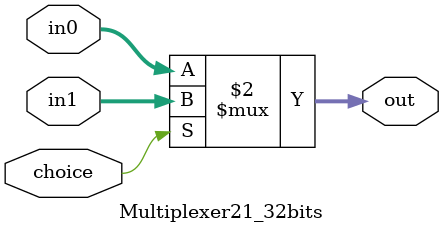
<source format=v>
`timescale 1ns / 1ps


module Multiplexer21_32bits(
    input choice,
    input [31:0] in0,
    input [31:0] in1,
    output [31:0] out
    );
    
    assign out = (choice==0) ? in0 : in1;
    
endmodule

</source>
